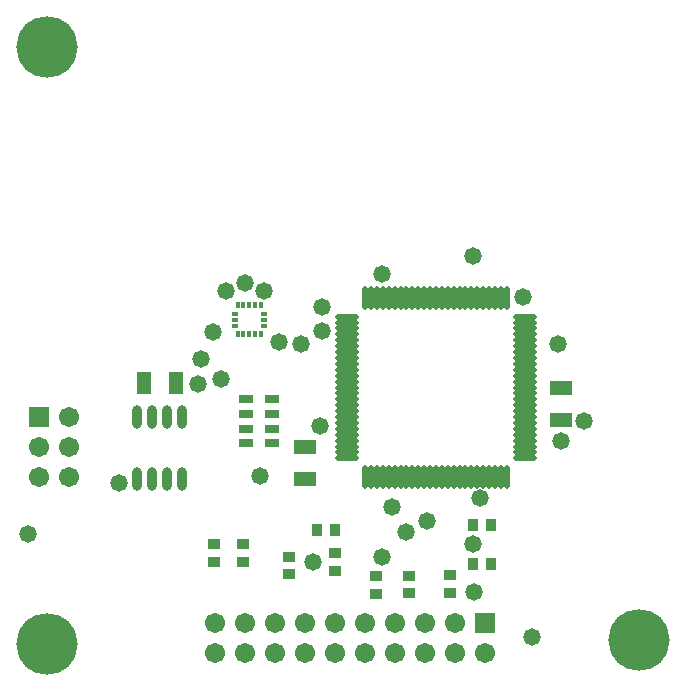
<source format=gts>
%FSLAX24Y24*%
%MOIN*%
%SFA1B1*%

%IPPOS*%
%ADD31O,0.019800X0.078900*%
%ADD32O,0.078900X0.019800*%
%ADD33O,0.031600X0.078900*%
%ADD34R,0.074900X0.051300*%
%ADD35R,0.035600X0.043400*%
%ADD36R,0.051300X0.074900*%
%ADD37R,0.021800X0.017800*%
%ADD38R,0.017800X0.021800*%
%ADD39R,0.051300X0.031600*%
%ADD40R,0.043400X0.035600*%
%ADD41C,0.067100*%
%ADD42R,0.067100X0.067100*%
%ADD43R,0.067100X0.067100*%
%ADD44C,0.204900*%
%ADD45C,0.058000*%
%LNapdet-1*%
%LPD*%
G54D31*
X16703Y6949D03*
X16506D03*
X16309D03*
X16112D03*
X15915D03*
X15719D03*
X15522D03*
X15325D03*
X15128D03*
X14931D03*
X14734D03*
X14537D03*
X14341D03*
X14144D03*
X13947D03*
X13750D03*
X13553D03*
X13356D03*
X13159D03*
X12963D03*
X12766D03*
X12569D03*
X12372D03*
X12175D03*
X11978D03*
Y12894D03*
X12175D03*
X12372D03*
X12569D03*
X12766D03*
X12963D03*
X13159D03*
X13356D03*
X13553D03*
X13750D03*
X13947D03*
X14144D03*
X14341D03*
X14537D03*
X14734D03*
X14931D03*
X15128D03*
X15325D03*
X15522D03*
X15719D03*
X15915D03*
X16112D03*
X16309D03*
X16506D03*
X16703D03*
G54D32*
X11368Y7559D03*
Y7756D03*
Y7953D03*
Y8150D03*
Y8346D03*
Y8543D03*
Y8740D03*
Y8937D03*
Y9134D03*
Y9331D03*
Y9528D03*
Y9724D03*
Y9921D03*
Y10118D03*
Y10315D03*
Y10512D03*
Y10709D03*
Y10906D03*
Y11102D03*
Y11299D03*
Y11496D03*
Y11693D03*
Y11890D03*
Y12087D03*
Y12283D03*
X17313D03*
Y12087D03*
Y11890D03*
Y11693D03*
Y11496D03*
Y11299D03*
Y11102D03*
Y10906D03*
Y10709D03*
Y10512D03*
Y10315D03*
Y10118D03*
Y9921D03*
Y9724D03*
Y9528D03*
Y9331D03*
Y9134D03*
Y8937D03*
Y8740D03*
Y8543D03*
Y8346D03*
Y8150D03*
Y7953D03*
Y7756D03*
Y7559D03*
G54D33*
X5878Y8927D03*
X5378D03*
X4878D03*
X4378D03*
X5878Y6880D03*
X5378D03*
X4878D03*
X4378D03*
G54D34*
X9970Y7943D03*
Y6880D03*
X18494Y8848D03*
Y9911D03*
G54D35*
X16171Y5335D03*
X15581D03*
X16181Y4045D03*
X15591D03*
X10374Y5157D03*
X10965D03*
G54D36*
X5659Y10059D03*
X4596D03*
G54D37*
X7638Y11988D03*
Y12185D03*
Y12382D03*
X8602D03*
Y12185D03*
Y11988D03*
G54D38*
X7726Y12667D03*
X7923D03*
X8120D03*
X8317D03*
X8514D03*
Y11703D03*
X8317D03*
X8120D03*
X7923D03*
X7726D03*
G54D39*
X8888Y9537D03*
Y9045D03*
Y8553D03*
Y8061D03*
X8022D03*
Y8553D03*
Y9045D03*
Y9537D03*
G54D40*
X7923Y4114D03*
Y4705D03*
X10965Y3809D03*
Y4400D03*
X6939Y4104D03*
Y4695D03*
X13455Y3061D03*
Y3652D03*
X9449Y4281D03*
Y3691D03*
X12343Y3041D03*
Y3632D03*
X14793Y3071D03*
Y3661D03*
G54D41*
X6984Y1087D03*
Y2087D03*
X7984Y1087D03*
Y2087D03*
X8984Y1087D03*
Y2087D03*
X9984Y1087D03*
Y2087D03*
X10984Y1087D03*
Y2087D03*
X11984Y1087D03*
Y2087D03*
X12984Y1087D03*
Y2087D03*
X13984Y1087D03*
Y2087D03*
X14984Y1087D03*
Y2087D03*
X15984Y1087D03*
X2106Y8933D03*
X1106Y7933D03*
X2106D03*
X1106Y6933D03*
X2106D03*
G54D42*
X15984Y2087D03*
G54D43*
X1106Y8933D03*
G54D44*
X21102Y1496D03*
X1378Y1378D03*
Y21260D03*
G54D45*
X14035Y5463D03*
X12530Y13711D03*
X15571Y14321D03*
X19282Y8799D03*
X18504Y8140D03*
X18415Y11378D03*
X17244Y12943D03*
X9843Y11358D03*
X15581Y4715D03*
X15807Y6240D03*
X15620Y3100D03*
X10532Y11811D03*
X6516Y10886D03*
X9124Y11437D03*
X6919Y11782D03*
X10236Y4094D03*
X17539Y1594D03*
X6417Y10049D03*
X10463Y8642D03*
X12530Y4281D03*
X7175Y10207D03*
X8465Y6959D03*
X758Y5039D03*
X3760Y6752D03*
X12864Y5935D03*
X13346Y5118D03*
X7343Y13150D03*
X8602Y13140D03*
X7992Y13406D03*
X10541Y12608D03*
M02*
</source>
